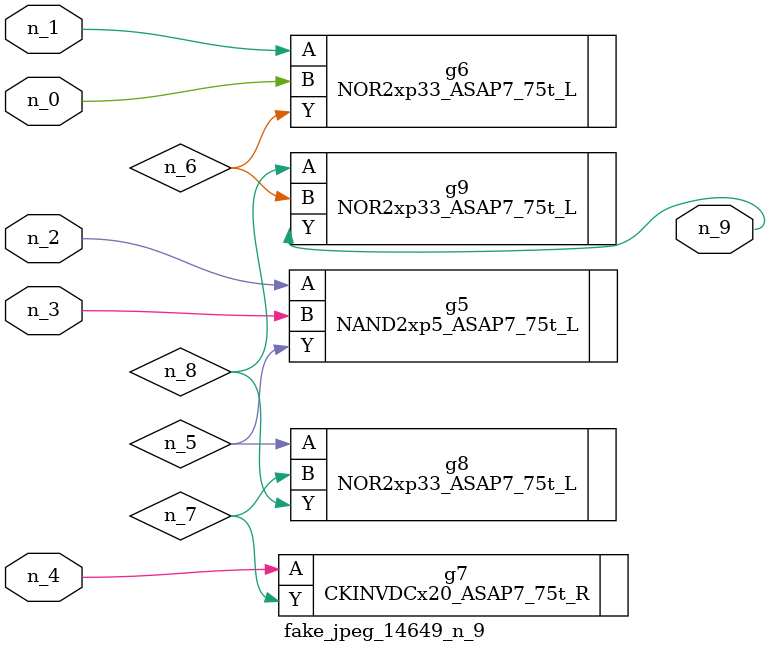
<source format=v>
module fake_jpeg_14649_n_9 (n_3, n_2, n_1, n_0, n_4, n_9);

input n_3;
input n_2;
input n_1;
input n_0;
input n_4;

output n_9;

wire n_8;
wire n_6;
wire n_5;
wire n_7;

NAND2xp5_ASAP7_75t_L g5 ( 
.A(n_2),
.B(n_3),
.Y(n_5)
);

NOR2xp33_ASAP7_75t_L g6 ( 
.A(n_1),
.B(n_0),
.Y(n_6)
);

CKINVDCx20_ASAP7_75t_R g7 ( 
.A(n_4),
.Y(n_7)
);

NOR2xp33_ASAP7_75t_L g8 ( 
.A(n_5),
.B(n_7),
.Y(n_8)
);

NOR2xp33_ASAP7_75t_L g9 ( 
.A(n_8),
.B(n_6),
.Y(n_9)
);


endmodule
</source>
